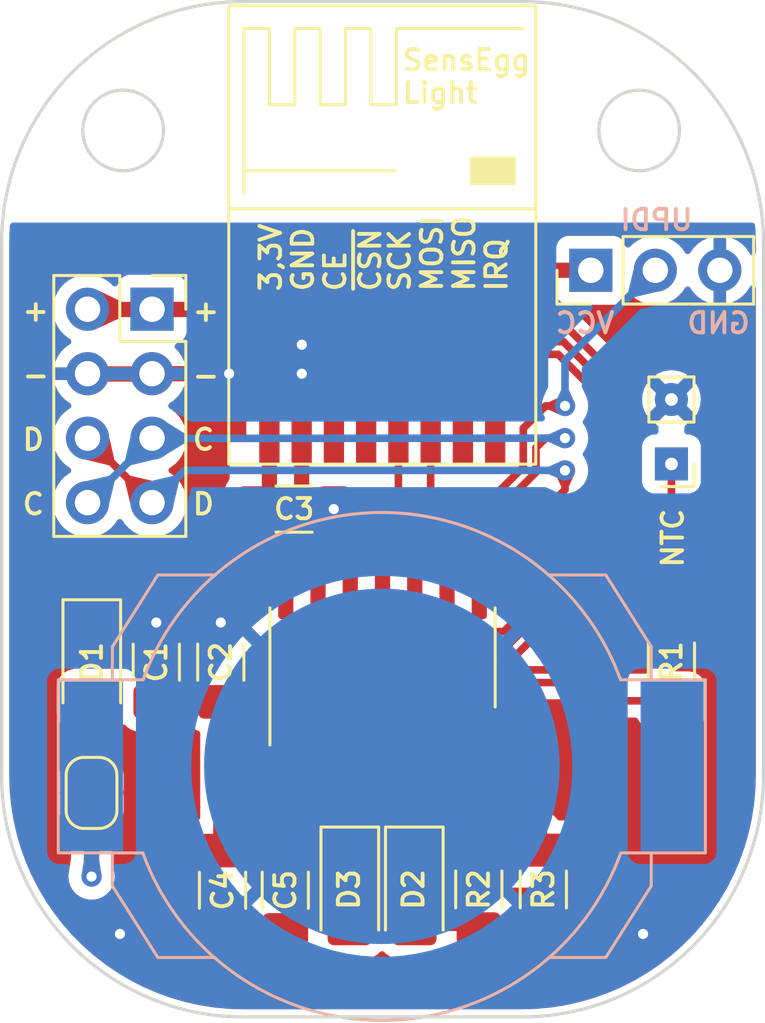
<source format=kicad_pcb>
(kicad_pcb (version 20221018) (generator pcbnew)
  (layers (0 "F.Cu" signal) (31 "B.Cu" signal) (34 "B.Paste" user) (35 "F.Paste" user) (36 "B.SilkS" user "B.Silkscreen") (37 "F.SilkS" user "F.Silkscreen") (38 "B.Mask" user) (39 "F.Mask" user) (44 "Edge.Cuts" user))
  (net 0 "")
  (net 1 "/Batt-PWR")
  (net 2 "GND")
  (net 3 "+3.3V")
  (net 4 "Net-(D1-A)")
  (net 5 "Net-(D2-A)")
  (net 6 "Net-(D3-A)")
  (net 7 "/BME_SDA")
  (net 8 "/BME_SCL")
  (net 9 "/UPDI")
  (net 10 "/NTC_PIN")
  (net 11 "/NTC_PWR")
  (net 12 "/LED_RD")
  (net 13 "/LED_GR")
  (net 14 "/~{CSN}")
  (net 15 "/CE")
  (net 16 "/MOSI")
  (net 17 "/MISO")
  (net 18 "/SCK")
  (footprint "Resistor_SMD:R_1206_3216Metric_Pad1.30x1.75mm_HandSolder" (layer "F.Cu") (at 150.495 114.4601 -90)
    (fp_text reference "R1" (at 0 0 90) (layer "F.SilkS") (effects (font (size 0.8001 0.8001) (thickness 0.1524) bold)))
    (fp_text value "10K")
    (fp_line (start -0.727064 -0.91) (end 0.727064 -0.91) (stroke (width 0.12)) (layer "F.SilkS"))
    (fp_line (start -0.727064 0.91) (end 0.727064 0.91) (stroke (width 0.12)) (layer "F.SilkS"))
    (pad "1" smd roundrect (at -1.55 0 270) (size 1.3 1.75) (layers "F.Cu" "F.Paste" "F.Mask") (roundrect_rratio 0.192308) (net 10 "/NTC_PIN"))
    (pad "2" smd roundrect (at 1.55 0 270) (size 1.3 1.75) (layers "F.Cu" "F.Paste" "F.Mask") (roundrect_rratio 0.192308) (net 11 "/NTC_PWR"))
  )
  (footprint "LED_SMD:LED_1206_3216Metric_Pad1.42x1.75mm_HandSolder" (layer "F.Cu") (at 137.829844 123.444 -90)
    (fp_text reference "D3" (at 0 0.034844 -90) (layer "F.SilkS") (effects (font (size 0.8001 0.8001) (thickness 0.1524) bold)))
    (fp_text value "LED")
    (fp_line (start -2.46 -1.135) (end -2.46 1.135) (stroke (width 0.12)) (layer "F.SilkS"))
    (fp_line (start -2.46 1.135) (end 1.6 1.135) (stroke (width 0.12)) (layer "F.SilkS"))
    (fp_line (start 1.6 -1.135) (end -2.46 -1.135) (stroke (width 0.12)) (layer "F.SilkS"))
    (pad "1" smd roundrect (at -1.4875 0 270) (size 1.425 1.75) (layers "F.Cu" "F.Paste" "F.Mask") (roundrect_rratio 0.175439) (net 2 "GND"))
    (pad "2" smd roundrect (at 1.4875 0 270) (size 1.425 1.75) (layers "F.Cu" "F.Paste" "F.Mask") (roundrect_rratio 0.175439) (net 6 "Net-(D3-A)"))
  )
  (footprint "Connector_PinSocket_2.54mm:PinSocket_2x04_P2.54mm_Vertical" (layer "F.Cu") (at 130.0426 100.584)
    (fp_text reference "J1" hide)
    (fp_text value "Conn_02x04_Odd_Even")
    (fp_line (start -3.87 -1.33) (end -3.87 8.95) (stroke (width 0.12)) (layer "F.SilkS"))
    (fp_line (start -3.87 -1.33) (end -1.27 -1.33) (stroke (width 0.12)) (layer "F.SilkS"))
    (fp_line (start -3.87 8.95) (end 1.33 8.95) (stroke (width 0.12)) (layer "F.SilkS"))
    (fp_line (start -1.27 -1.33) (end -1.27 1.27) (stroke (width 0.12)) (layer "F.SilkS"))
    (fp_line (start -1.27 1.27) (end 1.33 1.27) (stroke (width 0.12)) (layer "F.SilkS"))
    (fp_line (start 0 -1.33) (end 1.33 -1.33) (stroke (width 0.12)) (layer "F.SilkS"))
    (fp_line (start 1.33 -1.33) (end 1.33 0) (stroke (width 0.12)) (layer "F.SilkS"))
    (fp_line (start 1.33 1.27) (end 1.33 8.95) (stroke (width 0.12)) (layer "F.SilkS"))
    (pad "1" thru_hole rect (at 0 0) (size 1.7 1.7) (drill 1) (layers "*.Cu" "*.Mask") (net 3 "+3.3V"))
    (pad "2" thru_hole oval (at -2.54 0) (size 1.7 1.7) (drill 1) (layers "*.Cu" "*.Mask") (net 3 "+3.3V"))
    (pad "3" thru_hole oval (at 0 2.54) (size 1.7 1.7) (drill 1) (layers "*.Cu" "*.Mask") (net 2 "GND"))
    (pad "4" thru_hole oval (at -2.54 2.54) (size 1.7 1.7) (drill 1) (layers "*.Cu" "*.Mask") (net 2 "GND"))
    (pad "5" thru_hole oval (at 0 5.08) (size 1.7 1.7) (drill 1) (layers "*.Cu" "*.Mask") (net 8 "/BME_SCL"))
    (pad "6" thru_hole oval (at -2.54 5.08) (size 1.7 1.7) (drill 1) (layers "*.Cu" "*.Mask") (net 7 "/BME_SDA"))
    (pad "7" thru_hole oval (at 0 7.62) (size 1.7 1.7) (drill 1) (layers "*.Cu" "*.Mask") (net 7 "/BME_SDA"))
    (pad "8" thru_hole oval (at -2.54 7.62) (size 1.7 1.7) (drill 1) (layers "*.Cu" "*.Mask") (net 8 "/BME_SCL"))
  )
  (footprint "Jumper:SolderJumper-2_P1.3mm_Open_RoundedPad1.0x1.5mm" (layer "F.Cu") (at 127.66 119.64 90)
    (fp_text reference "JP1" hide)
    (fp_text value "SolderJumper_2_Open")
    (fp_line (start -1.4 0.3) (end -1.4 -0.3) (stroke (width 0.12)) (layer "F.SilkS"))
    (fp_line (start -0.7 -1) (end 0.7 -1) (stroke (width 0.12)) (layer "F.SilkS"))
    (fp_line (start 0.7 1) (end -0.7 1) (stroke (width 0.12)) (layer "F.SilkS"))
    (fp_line (start 1.4 -0.3) (end 1.4 0.3) (stroke (width 0.12)) (layer "F.SilkS"))
    (fp_arc (start -1.4 -0.3) (mid -1.194975 -0.794975) (end -0.7 -1) (stroke (width 0.12)) (layer "F.SilkS"))
    (fp_arc (start -0.7 1) (mid -1.194975 0.794975) (end -1.4 0.3) (stroke (width 0.12)) (layer "F.SilkS"))
    (fp_arc (start 0.7 -1) (mid 1.194975 -0.794975) (end 1.4 -0.3) (stroke (width 0.12)) (layer "F.SilkS"))
    (fp_arc (start 1.4 0.3) (mid 1.194975 0.794975) (end 0.7 1) (stroke (width 0.12)) (layer "F.SilkS"))
    (pad "1" smd custom (at -0.65 0 90) (size 1 0.5) (layers "F.Cu" "F.Mask") (net 1 "/Batt-PWR") (options (clearance outline) (anchor rect)) (primitives (gr_circle (center 0 0.25) (end 0.5 0.25) (width 0) (fill yes)) (gr_circle (center 0 -0.25) (end 0.5 -0.25) (width 0) (fill yes)) (gr_poly (pts (xy 0.5 0.75) (xy 0 0.75) (xy 0 -0.75) (xy 0.5 -0.75)) (width 0) (fill yes))))
    (pad "2" smd custom (at 0.65 0 90) (size 1 0.5) (layers "F.Cu" "F.Mask") (net 4 "Net-(D1-A)") (options (clearance outline) (anchor rect)) (primitives (gr_circle (center 0 0.25) (end 0.5 0.25) (width 0) (fill yes)) (gr_circle (center 0 -0.25) (end 0.5 -0.25) (width 0) (fill yes)) (gr_poly (pts (xy 0 0.75) (xy -0.5 0.75) (xy -0.5 -0.75) (xy 0 -0.75)) (width 0) (fill yes))))
  )
  (footprint "MyBreakout:nRF24L01-SMD" (layer "F.Cu") (at 139.108644 105.528)
    (fp_text reference "U2" hide)
    (fp_text value "NRF24L01-SMD")
    (fp_line (start -5.45 -16) (end -4.445 -16) (stroke (width 0.12)) (layer "F.SilkS"))
    (fp_line (start -5.45 -9.525) (end -5.45 -16) (stroke (width 0.12)) (layer "F.SilkS"))
    (fp_line (start -4.445 -16) (end -4.445 -13) (stroke (width 0.12)) (layer "F.SilkS"))
    (fp_line (start -4.445 -13) (end -3.445 -13) (stroke (width 0.12)) (layer "F.SilkS"))
    (fp_line (start -3.445 -16) (end -2.445 -16) (stroke (width 0.12)) (layer "F.SilkS"))
    (fp_line (start -3.445 -13) (end -3.445 -16) (stroke (width 0.12)) (layer "F.SilkS"))
    (fp_line (start -2.445 -16) (end -2.445 -13) (stroke (width 0.12)) (layer "F.SilkS"))
    (fp_line (start -2.445 -13) (end -1.445 -13) (stroke (width 0.12)) (layer "F.SilkS"))
    (fp_line (start -1.445 -16) (end -0.445 -16) (stroke (width 0.12)) (layer "F.SilkS"))
    (fp_line (start -1.445 -13) (end -1.445 -16) (stroke (width 0.12)) (layer "F.SilkS"))
    (fp_line (start -0.445 -16) (end -0.445 -13) (stroke (width 0.12)) (layer "F.SilkS"))
    (fp_line (start -0.445 -13) (end 0.555 -13) (stroke (width 0.12)) (layer "F.SilkS"))
    (fp_line (start 0.5 -10.4) (end -5.45 -10.4) (stroke (width 0.12)) (layer "F.SilkS"))
    (fp_line (start 0.555 -16) (end 5.555 -16) (stroke (width 0.12)) (layer "F.SilkS"))
    (fp_line (start 0.555 -13) (end 0.555 -16) (stroke (width 0.12)) (layer "F.SilkS"))
    (fp_line (start 6.045 -8.9) (end -6.045 -8.9) (stroke (width 0.12)) (layer "F.SilkS"))
    (fp_rect (start -6.045 -16.9) (end 6.045 1.16) (stroke (width 0.12)) (fill none) (layer "F.SilkS"))
    (fp_rect (start 3.5 -10.9) (end 5.2 -9.9) (stroke (width 0.12)) (fill solid) (layer "F.SilkS"))
    (pad "1" smd trapezoid (at -4.445 0 180) (size 0.8 2.2) (layers "F.Cu" "F.Paste" "F.Mask") (net 3 "+3.3V"))
    (pad "2" smd trapezoid (at -3.175 0 180) (size 0.8 2.2) (layers "F.Cu" "F.Paste" "F.Mask") (net 2 "GND"))
    (pad "3" smd trapezoid (at -1.905 0 180) (size 0.8 2.2) (layers "F.Cu" "F.Paste" "F.Mask") (net 15 "/CE"))
    (pad "4" smd trapezoid (at -0.635 0 180) (size 0.8 2.2) (layers "F.Cu" "F.Paste" "F.Mask") (net 14 "/~{CSN}"))
    (pad "5" smd trapezoid (at 0.635 0 180) (size 0.8 2.2) (layers "F.Cu" "F.Paste" "F.Mask") (net 18 "/SCK"))
    (pad "6" smd trapezoid (at 1.905 0 180) (size 0.8 2.2) (layers "F.Cu" "F.Paste" "F.Mask") (net 16 "/MOSI"))
    (pad "7" smd trapezoid (at 3.175 0 180) (size 0.8 2.2) (layers "F.Cu" "F.Paste" "F.Mask") (net 17 "/MISO"))
    (pad "8" smd trapezoid (at 4.445 0 180) (size 0.8 2.2) (layers "F.Cu" "F.Paste" "F.Mask"))
  )
  (footprint "Package_SO:SOIC-14_3.9x8.7mm_P1.27mm" (layer "F.Cu") (at 139.118644 114.3 90)
    (fp_text reference "U1" hide)
    (fp_text value "ATtiny1604-SS")
    (fp_line (start 0 -4.435) (end -3.45 -4.435) (stroke (width 0.12)) (layer "F.SilkS"))
    (fp_line (start 0 -4.435) (end 1.95 -4.435) (stroke (width 0.12)) (layer "F.SilkS"))
    (fp_line (start 0 4.435) (end -1.95 4.435) (stroke (width 0.12)) (layer "F.SilkS"))
    (fp_line (start 0 4.435) (end 1.95 4.435) (stroke (width 0.12)) (layer "F.SilkS"))
    (pad "1" smd roundrect (at -2.475 -3.81 90) (size 1.95 0.6) (layers "F.Cu" "F.Paste" "F.Mask") (net 3 "+3.3V"))
    (pad "2" smd roundrect (at -2.475 -2.54 90) (size 1.95 0.6) (layers "F.Cu" "F.Paste" "F.Mask") (net 14 "/~{CSN}"))
    (pad "3" smd roundrect (at -2.475 -1.27 90) (size 1.95 0.6) (layers "F.Cu" "F.Paste" "F.Mask") (net 15 "/CE"))
    (pad "4" smd roundrect (at -2.475 0 90) (size 1.95 0.6) (layers "F.Cu" "F.Paste" "F.Mask") (net 10 "/NTC_PIN"))
    (pad "5" smd roundrect (at -2.475 1.27 90) (size 1.95 0.6) (layers "F.Cu" "F.Paste" "F.Mask") (net 11 "/NTC_PWR"))
    (pad "6" smd roundrect (at -2.475 2.54 90) (size 1.95 0.6) (layers "F.Cu" "F.Paste" "F.Mask") (net 12 "/LED_RD"))
    (pad "7" smd roundrect (at -2.475 3.81 90) (size 1.95 0.6) (layers "F.Cu" "F.Paste" "F.Mask") (net 13 "/LED_GR"))
    (pad "8" smd roundrect (at 2.475 3.81 90) (size 1.95 0.6) (layers "F.Cu" "F.Paste" "F.Mask") (net 7 "/BME_SDA"))
    (pad "9" smd roundrect (at 2.475 2.54 90) (size 1.95 0.6) (layers "F.Cu" "F.Paste" "F.Mask") (net 8 "/BME_SCL"))
    (pad "10" smd roundrect (at 2.475 1.27 90) (size 1.95 0.6) (layers "F.Cu" "F.Paste" "F.Mask") (net 9 "/UPDI"))
    (pad "11" smd roundrect (at 2.475 0 90) (size 1.95 0.6) (layers "F.Cu" "F.Paste" "F.Mask") (net 16 "/MOSI"))
    (pad "12" smd roundrect (at 2.475 -1.27 90) (size 1.95 0.6) (layers "F.Cu" "F.Paste" "F.Mask") (net 17 "/MISO"))
    (pad "13" smd roundrect (at 2.475 -2.54 90) (size 1.95 0.6) (layers "F.Cu" "F.Paste" "F.Mask") (net 18 "/SCK"))
    (pad "14" smd roundrect (at 2.475 -3.81 90) (size 1.95 0.6) (layers "F.Cu" "F.Paste" "F.Mask") (net 2 "GND"))
  )
  (footprint "Connector_PinHeader_2.54mm:PinHeader_1x03_P2.54mm_Vertical" (layer "F.Cu") (at 147.32 99.05 90)
    (fp_text reference "J2" hide)
    (fp_text value "Conn_01x03_Socket")
    (fp_line (start -1.33 -1.33) (end 0 -1.33) (stroke (width 0.12)) (layer "F.SilkS"))
    (fp_line (start -1.33 0) (end -1.33 -1.33) (stroke (width 0.12)) (layer "F.SilkS"))
    (fp_line (start -1.33 1.27) (end -1.33 6.41) (stroke (width 0.12)) (layer "F.SilkS"))
    (fp_line (start -1.33 1.27) (end 1.33 1.27) (stroke (width 0.12)) (layer "F.SilkS"))
    (fp_line (start -1.33 6.41) (end 1.33 6.41) (stroke (width 0.12)) (layer "F.SilkS"))
    (fp_line (start 1.33 1.27) (end 1.33 6.41) (stroke (width 0.12)) (layer "F.SilkS"))
    (pad "1" thru_hole rect (at 0 0 90) (size 1.7 1.7) (drill 1) (layers "*.Cu" "*.Mask") (net 3 "+3.3V"))
    (pad "2" thru_hole oval (at 0 2.54 90) (size 1.7 1.7) (drill 1) (layers "*.Cu" "*.Mask") (net 9 "/UPDI"))
    (pad "3" thru_hole oval (at 0 5.08 90) (size 1.7 1.7) (drill 1) (layers "*.Cu" "*.Mask") (net 2 "GND"))
  )
  (footprint "Capacitor_SMD:C_1206_3216Metric_Pad1.33x1.80mm_HandSolder" (layer "F.Cu") (at 132.75 114.4901 90)
    (fp_text reference "C2" (at 0 0 90) (layer "F.SilkS") (effects (font (size 0.8001 0.8001) (thickness 0.1524) bold)))
    (fp_text value "100µF")
    (fp_line (start -0.711252 -0.91) (end 0.711252 -0.91) (stroke (width 0.12)) (layer "F.SilkS"))
    (fp_line (start -0.711252 0.91) (end 0.711252 0.91) (stroke (width 0.12)) (layer "F.SilkS"))
    (pad "1" smd roundrect (at -1.5625 0 90) (size 1.325 1.8) (layers "F.Cu" "F.Paste" "F.Mask") (roundrect_rratio 0.188679) (net 3 "+3.3V"))
    (pad "2" smd roundrect (at 1.5625 0 90) (size 1.325 1.8) (layers "F.Cu" "F.Paste" "F.Mask") (roundrect_rratio 0.188679) (net 2 "GND"))
  )
  (footprint "Resistor_SMD:R_1206_3216Metric_Pad1.30x1.75mm_HandSolder" (layer "F.Cu") (at 142.909844 123.444 -90)
    (fp_text reference "R2" (at 0 0 90) (layer "F.SilkS") (effects (font (size 0.8001 0.8001) (thickness 0.1524) bold)))
    (fp_text value "330R")
    (fp_line (start -0.727064 -0.91) (end 0.727064 -0.91) (stroke (width 0.12)) (layer "F.SilkS"))
    (fp_line (start -0.727064 0.91) (end 0.727064 0.91) (stroke (width 0.12)) (layer "F.SilkS"))
    (pad "1" smd roundrect (at -1.55 0 270) (size 1.3 1.75) (layers "F.Cu" "F.Paste" "F.Mask") (roundrect_rratio 0.192308) (net 12 "/LED_RD"))
    (pad "2" smd roundrect (at 1.55 0 270) (size 1.3 1.75) (layers "F.Cu" "F.Paste" "F.Mask") (roundrect_rratio 0.192308) (net 5 "Net-(D2-A)"))
  )
  (footprint "Capacitor_SMD:C_1206_3216Metric_Pad1.33x1.80mm_HandSolder" (layer "F.Cu") (at 132.817444 123.474 -90)
    (fp_text reference "C4" (at 0 0 90) (layer "F.SilkS") (effects (font (size 0.8001 0.8001) (thickness 0.1524) bold)))
    (fp_text value "100µF")
    (fp_line (start -0.711252 -0.91) (end 0.711252 -0.91) (stroke (width 0.12)) (layer "F.SilkS"))
    (fp_line (start -0.711252 0.91) (end 0.711252 0.91) (stroke (width 0.12)) (layer "F.SilkS"))
    (pad "1" smd roundrect (at -1.5625 0 270) (size 1.325 1.8) (layers "F.Cu" "F.Paste" "F.Mask") (roundrect_rratio 0.188679) (net 3 "+3.3V"))
    (pad "2" smd roundrect (at 1.5625 0 270) (size 1.325 1.8) (layers "F.Cu" "F.Paste" "F.Mask") (roundrect_rratio 0.188679) (net 2 "GND"))
  )
  (footprint "Capacitor_SMD:C_1206_3216Metric_Pad1.33x1.80mm_HandSolder" (layer "F.Cu") (at 135.636 108.458 180)
    (fp_text reference "C3" (at 0 0) (layer "F.SilkS") (effects (font (size 0.8001 0.8001) (thickness 0.1524) bold)))
    (fp_text value "100µF")
    (fp_line (start -0.711252 -0.91) (end 0.711252 -0.91) (stroke (width 0.12)) (layer "F.SilkS"))
    (fp_line (start -0.711252 0.91) (end 0.711252 0.91) (stroke (width 0.12)) (layer "F.SilkS"))
    (pad "1" smd roundrect (at -1.5625 0 180) (size 1.325 1.8) (layers "F.Cu" "F.Paste" "F.Mask") (roundrect_rratio 0.188679) (net 2 "GND"))
    (pad "2" smd roundrect (at 1.5625 0 180) (size 1.325 1.8) (layers "F.Cu" "F.Paste" "F.Mask") (roundrect_rratio 0.188679) (net 3 "+3.3V"))
  )
  (footprint "LED_SMD:LED_1206_3216Metric_Pad1.42x1.75mm_HandSolder" (layer "F.Cu") (at 140.369844 123.444 -90)
    (fp_text reference "D2" (at 0 0.034844 -90) (layer "F.SilkS") (effects (font (size 0.8001 0.8001) (thickness 0.1524) bold)))
    (fp_text value "LED")
    (fp_line (start -2.46 -1.135) (end -2.46 1.135) (stroke (width 0.12)) (layer "F.SilkS"))
    (fp_line (start -2.46 1.135) (end 1.6 1.135) (stroke (width 0.12)) (layer "F.SilkS"))
    (fp_line (start 1.6 -1.135) (end -2.46 -1.135) (stroke (width 0.12)) (layer "F.SilkS"))
    (pad "1" smd roundrect (at -1.4875 0 270) (size 1.425 1.75) (layers "F.Cu" "F.Paste" "F.Mask") (roundrect_rratio 0.175439) (net 2 "GND"))
    (pad "2" smd roundrect (at 1.4875 0 270) (size 1.425 1.75) (layers "F.Cu" "F.Paste" "F.Mask") (roundrect_rratio 0.175439) (net 5 "Net-(D2-A)"))
  )
  (footprint "Resistor_SMD:R_1206_3216Metric_Pad1.30x1.75mm_HandSolder" (layer "F.Cu") (at 145.449844 123.444 -90)
    (fp_text reference "R3" (at 0 0 90) (layer "F.SilkS") (effects (font (size 0.8001 0.8001) (thickness 0.1524) bold)))
    (fp_text value "330R")
    (fp_line (start -0.727064 -0.91) (end 0.727064 -0.91) (stroke (width 0.12)) (layer "F.SilkS"))
    (fp_line (start -0.727064 0.91) (end 0.727064 0.91) (stroke (width 0.12)) (layer "F.SilkS"))
    (pad "1" smd roundrect (at -1.55 0 270) (size 1.3 1.75) (layers "F.Cu" "F.Paste" "F.Mask") (roundrect_rratio 0.192308) (net 13 "/LED_GR"))
    (pad "2" smd roundrect (at 1.55 0 270) (size 1.3 1.75) (layers "F.Cu" "F.Paste" "F.Mask") (roundrect_rratio 0.192308) (net 6 "Net-(D3-A)"))
  )
  (footprint "Diode_SMD:D_1206_3216Metric_Pad1.42x1.75mm_HandSolder" (layer "F.Cu") (at 127.67 114.4901 -90)
    (fp_text reference "D1" (at 0 0 90) (layer "F.SilkS") (effects (font (size 0.8001 0.8001) (thickness 0.1524) bold)))
    (fp_text value "BAT42")
    (fp_line (start -2.46 -1.135) (end -2.46 1.135) (stroke (width 0.12)) (layer "F.SilkS"))
    (fp_line (start -2.46 1.135) (end 1.6 1.135) (stroke (width 0.12)) (layer "F.SilkS"))
    (fp_line (start 1.6 -1.135) (end -2.46 -1.135) (stroke (width 0.12)) (layer "F.SilkS"))
    (pad "1" smd roundrect (at -1.4875 0 270) (size 1.425 1.75) (layers "F.Cu" "F.Paste" "F.Mask") (roundrect_rratio 0.175439) (net 3 "+3.3V"))
    (pad "2" smd roundrect (at 1.4875 0 270) (size 1.425 1.75) (layers "F.Cu" "F.Paste" "F.Mask") (roundrect_rratio 0.175439) (net 4 "Net-(D1-A)"))
  )
  (footprint "Capacitor_SMD:C_1206_3216Metric_Pad1.33x1.80mm_HandSolder" (layer "F.Cu") (at 135.289844 123.474 -90)
    (fp_text reference "C5" (at 0 0 90) (layer "F.SilkS") (effects (font (size 0.8001 0.8001) (thickness 0.1524) bold)))
    (fp_text value "100µF")
    (fp_line (start -0.711252 -0.91) (end 0.711252 -0.91) (stroke (width 0.12)) (layer "F.SilkS"))
    (fp_line (start -0.711252 0.91) (end 0.711252 0.91) (stroke (width 0.12)) (layer "F.SilkS"))
    (pad "1" smd roundrect (at -1.5625 0 270) (size 1.325 1.8) (layers "F.Cu" "F.Paste" "F.Mask") (roundrect_rratio 0.188679) (net 3 "+3.3V"))
    (pad "2" smd roundrect (at 1.5625 0 270) (size 1.325 1.8) (layers "F.Cu" "F.Paste" "F.Mask") (roundrect_rratio 0.188679) (net 2 "GND"))
  )
  (footprint "MyNTC:TS-NTC-XXX_1x02_P2.54mm" (layer "F.Cu") (at 150.495 106.68 180)
    (fp_text reference "TH1" hide)
    (fp_text value "Thermistor_NTC")
    (fp_line (start -0.889 -0.889) (end 0.411 -0.889) (stroke (width 0.12)) (layer "F.SilkS"))
    (fp_line (start -0.889 0) (end -0.889 -0.889) (stroke (width 0.12)) (layer "F.SilkS"))
    (fp_line (start -0.889 1.651) (end -0.889 3.429) (stroke (width 0.12)) (layer "F.SilkS"))
    (fp_line (start -0.889 1.651) (end 0.889 1.651) (stroke (width 0.12)) (layer "F.SilkS"))
    (fp_line (start -0.889 3.429) (end 0.889 3.429) (stroke (width 0.12)) (layer "F.SilkS"))
    (fp_line (start 0.889 1.651) (end 0.889 3.429) (stroke (width 0.12)) (layer "F.SilkS"))
    (pad "1" thru_hole rect (at 0 0 180) (size 1.3 1.3) (drill 0.5) (layers "*.Cu" "*.Mask") (net 10 "/NTC_PIN"))
    (pad "2" thru_hole circle (at 0 2.54 180) (size 1.3 1.3) (drill 0.5) (layers "*.Cu" "*.Mask") (net 2 "GND"))
  )
  (footprint "Capacitor_SMD:C_1206_3216Metric_Pad1.33x1.80mm_HandSolder" (layer "F.Cu") (at 130.21 114.4901 90)
    (fp_text reference "C1" (at 0 0 90) (layer "F.SilkS") (effects (font (size 0.8001 0.8001) (thickness 0.1524) bold)))
    (fp_text value "100µF")
    (fp_line (start -0.711252 -0.91) (end 0.711252 -0.91) (stroke (width 0.12)) (layer "F.SilkS"))
    (fp_line (start -0.711252 0.91) (end 0.711252 0.91) (stroke (width 0.12)) (layer "F.SilkS"))
    (pad "1" smd roundrect (at -1.5625 0 90) (size 1.325 1.8) (layers "F.Cu" "F.Paste" "F.Mask") (roundrect_rratio 0.188679) (net 3 "+3.3V"))
    (pad "2" smd roundrect (at 1.5625 0 90) (size 1.325 1.8) (layers "F.Cu" "F.Paste" "F.Mask") (roundrect_rratio 0.188679) (net 2 "GND"))
  )
  (footprint "MyBattery:China-CR2032" (layer "B.Cu") (at 139.0904 118.5926 180)
    (fp_text reference "BT1" hide)
    (fp_text value "Battery_Cell")
    (fp_line (start -12.74 -3.41) (end -9.41 -3.41) (stroke (width 0.12)) (layer "B.SilkS"))
    (fp_line (start -12.74 3.41) (end -12.74 -3.41) (stroke (width 0.12)) (layer "B.SilkS"))
    (fp_line (start -10.61 -4.71) (end -8.82 -7.53) (stroke (width 0.12)) (layer "B.SilkS"))
    (fp_line (start -10.61 -3.41) (end -10.61 -4.71) (stroke (width 0.12)) (layer "B.SilkS"))
    (fp_line (start -10.61 3.41) (end -10.61 4.71) (stroke (width 0.12)) (layer "B.SilkS"))
    (fp_line (start -10.61 4.71) (end -8.82 7.54) (stroke (width 0.12)) (layer "B.SilkS"))
    (fp_line (start -9.41 3.41) (end -12.74 3.41) (stroke (width 0.12)) (layer "B.SilkS"))
    (fp_line (start -8.82 -7.53) (end -6.58 -7.53) (stroke (width 0.12)) (layer "B.SilkS"))
    (fp_line (start -8.82 7.54) (end -6.55 7.54) (stroke (width 0.12)) (layer "B.SilkS"))
    (fp_line (start 8.82 -7.53) (end 6.58 -7.53) (stroke (width 0.12)) (layer "B.SilkS"))
    (fp_line (start 8.82 7.54) (end 6.55 7.54) (stroke (width 0.12)) (layer "B.SilkS"))
    (fp_line (start 9.4 3.41) (end 12.74 3.41) (stroke (width 0.12)) (layer "B.SilkS"))
    (fp_line (start 10.61 -4.71) (end 8.82 -7.53) (stroke (width 0.12)) (layer "B.SilkS"))
    (fp_line (start 10.61 -3.41) (end 10.61 -4.71) (stroke (width 0.12)) (layer "B.SilkS"))
    (fp_line (start 10.61 3.41) (end 10.61 4.71) (stroke (width 0.12)) (layer "B.SilkS"))
    (fp_line (start 10.61 4.71) (end 8.82 7.54) (stroke (width 0.12)) (layer "B.SilkS"))
    (fp_line (start 12.74 -3.41) (end 9.41 -3.41) (stroke (width 0.12)) (layer "B.SilkS"))
    (fp_line (start 12.74 3.41) (end 12.74 -3.41) (stroke (width 0.12)) (layer "B.SilkS"))
    (fp_arc (start -9.41 -3.41) (mid 0 -10.008806) (end 9.41 -3.41) (stroke (width 0.12)) (layer "B.SilkS"))
    (fp_arc (start 9.399999 3.41) (mid -0.001705 9.999404) (end -9.401161 3.406794) (stroke (width 0.12)) (layer "B.SilkS"))
    (pad "1" smd rect (at -11.43 0 180) (size 2.48 6.68) (layers "B.Cu" "B.Paste" "B.Mask") (net 1 "/Batt-PWR"))
    (pad "1" smd rect (at 11.43 0 180) (size 2.48 6.68) (layers "B.Cu" "B.Paste" "B.Mask") (net 1 "/Batt-PWR"))
    (pad "2" smd circle (at 0 0 180) (size 14 14) (layers "B.Cu" "B.Paste" "B.Mask") (net 2 "GND"))
  )
  (gr_line (start 133.628684 128.464621) (end 144.608604 128.464621) (stroke (width 0.127)) (layer "Edge.Cuts"))
  (gr_line (start 154.118614 118.954601) (end 154.118614 97.967851) (stroke (width 0.127)) (layer "Edge.Cuts"))
  (gr_arc (start 128.903784 95.127121) (mid 127.316284 93.539621) (end 128.903784 91.952121) (stroke (width 0.127)) (layer "Edge.Cuts"))
  (gr_arc (start 124.118674 97.967851) (mid 126.902089 91.248109) (end 133.621834 88.464701) (stroke (width 0.127)) (layer "Edge.Cuts"))
  (gr_arc (start 149.223784 91.952121) (mid 150.811284 93.539621) (end 149.223784 95.127121) (stroke (width 0.127)) (layer "Edge.Cuts"))
  (gr_arc (start 128.903784 91.952121) (mid 130.491284 93.539621) (end 128.903784 95.127121) (stroke (width 0.127)) (layer "Edge.Cuts"))
  (gr_line (start 124.118674 97.967851) (end 124.118674 118.954601) (stroke (width 0.127)) (layer "Edge.Cuts"))
  (gr_arc (start 144.615454 88.464701) (mid 151.335196 91.248109) (end 154.118604 97.967851) (stroke (width 0.127)) (layer "Edge.Cuts"))
  (gr_arc (start 154.118614 118.954601) (mid 151.3332 125.6792) (end 144.608604 128.464621) (stroke (width 0.127)) (layer "Edge.Cuts"))
  (gr_arc (start 133.628684 128.464621) (mid 126.904084 125.679201) (end 124.118664 118.954601) (stroke (width 0.127)) (layer "Edge.Cuts"))
  (gr_line (start 144.615454 88.464701) (end 133.621834 88.464701) (stroke (width 0.127)) (layer "Edge.Cuts"))
  (gr_arc (start 149.223784 95.127121) (mid 147.636284 93.539621) (end 149.223784 91.952121) (stroke (width 0.127)) (layer "Edge.Cuts"))
  (gr_text "GND" (at 153.67 101.6) (layer "B.SilkS") (effects (font (size 0.8001 0.8001) (thickness 0.1524) bold) (justify left bottom mirror)))
  (gr_text "UPDI" (at 151.41829 97.536) (layer "B.SilkS") (effects (font (size 0.8001 0.8001) (thickness 0.1524) bold) (justify left bottom mirror)))
  (gr_text "VCC" (at 148.336 101.6) (layer "B.SilkS") (effects (font (size 0.8001 0.8001) (thickness 0.1524) bold) (justify left bottom mirror)))
  (gr_text "SCK" (at 140.27 99.96 90) (layer "F.SilkS") (effects (font (size 0.8128 0.8128) (thickness 0.1524) bold) (justify left bottom)))
  (gr_text "+" (at 131.56 101.12) (layer "F.SilkS") (effects (font (size 0.8128 0.8128) (thickness 0.1524) bold) (justify left bottom)))
  (gr_text "+" (at 124.86 101.11) (layer "F.SilkS") (effects (font (size 0.8128 0.8128) (thickness 0.1524) bold) (justify left bottom)))
  (gr_text "MOSI" (at 141.54 99.96 90) (layer "F.SilkS") (effects (font (size 0.8128 0.8128) (thickness 0.1524) bold) (justify left bottom)))
  (gr_text "SensEgg\nLight" (at 139.827 92.528) (layer "F.SilkS") (effects (font (size 0.8001 0.8001) (thickness 0.1524) bold) (justify left bottom)))
  (gr_text "-" (at 131.56 103.66) (layer "F.SilkS") (effects (font (size 0.8128 0.8128) (thickness 0.1524) bold) (justify left bottom)))
  (gr_text "NTC" (at 151.02205 110.84 90) (layer "F.SilkS") (effects (font (size 0.8128 0.8128) (thickness 0.1524) bold) (justify left bottom)))
  (gr_text "~{CSN}" (at 139.105833 99.96 90) (layer "F.SilkS") (effects (font (size 0.8128 0.8128) (thickness 0.1524) bold) (justify left bottom)))
  (gr_text "C" (at 124.86 108.74) (layer "F.SilkS") (effects (font (size 0.8128 0.8128) (thickness 0.1524) bold) (justify left bottom)))
  (gr_text "D\n" (at 124.86 106.2) (layer "F.SilkS") (effects (font (size 0.8128 0.8128) (thickness 0.1524) bold) (justify left bottom)))
  (gr_text "CE" (at 137.73 99.96 90) (layer "F.SilkS") (effects (font (size 0.8128 0.8128) (thickness 0.1524) bold) (justify left bottom)))
  (gr_text "GND" (at 136.46 99.96 90) (layer "F.SilkS") (effects (font (size 0.8128 0.8128) (thickness 0.1524) bold) (justify left bottom)))
  (gr_text "D\n" (at 131.56 108.74) (layer "F.SilkS") (effects (font (size 0.8128 0.8128) (thickness 0.1524) bold) (justify left bottom)))
  (gr_text "3,3V" (at 135.19 99.96 90) (layer "F.SilkS") (effects (font (size 0.8128 0.8128) (thickness 0.1524) bold) (justify left bottom)))
  (gr_text "C" (at 131.56 106.2) (layer "F.SilkS") (effects (font (size 0.8128 0.8128) (thickness 0.1524) bold) (justify left bottom)))
  (gr_text "IRQ" (at 144.08 99.96 90) (layer "F.SilkS") (effects (font (size 0.8128 0.8128) (thickness 0.1524) bold) (justify left bottom)))
  (gr_text "MISO" (at 142.81 99.96 90) (layer "F.SilkS") (effects (font (size 0.8128 0.8128) (thickness 0.1524) bold) (justify left bottom)))
  (gr_text "-" (at 124.86 103.65) (layer "F.SilkS") (effects (font (size 0.8128 0.8128) (thickness 0.1524) bold) (justify left bottom)))
  (segment (start 127.6604 122.936) (end 127.66 120.29) (width 0.6) (layer "F.Cu") (net 1))
  (via (at 127.6604 122.936) (size 0.8) (drill 0.4) (layers "F.Cu" "B.Cu") (net 1))
  (segment (start 127.6604 122.936) (end 127.6604 118.5926) (width 0.6) (layer "B.Cu") (net 1))
  (segment (start 137.829844 122.960156) (end 137.34 123.45) (width 0.3) (layer "F.Cu") (net 2))
  (segment (start 133.7064 112.9276) (end 134.809 111.825) (width 0.6) (layer "F.Cu") (net 2))
  (segment (start 132.817444 125.0365) (end 135.289844 125.0365) (width 0.6) (layer "F.Cu") (net 2))
  (segment (start 135.933644 105.528) (end 135.933644 103.326356) (width 0.6) (layer "F.Cu") (net 2))
  (segment (start 135.933644 103.326356) (end 135.94 103.32) (width 0.6) (layer "F.Cu") (net 2))
  (segment (start 135.289844 123.980156) (end 135.289844 125.0365) (width 0.3) (layer "F.Cu") (net 2))
  (segment (start 134.809 111.825) (end 135.308644 111.825) (width 0.6) (layer "F.Cu") (net 2))
  (segment (start 137.829844 121.9565) (end 137.829844 122.960156) (width 0.3) (layer "F.Cu") (net 2))
  (segment (start 133.08 103.124) (end 130.0426 103.124) (width 0.6) (layer "F.Cu") (net 2))
  (segment (start 137.34 123.45) (end 135.82 123.45) (width 0.3) (layer "F.Cu") (net 2))
  (segment (start 137.16 108.458) (end 137.1985 108.458) (width 0.6) (layer "F.Cu") (net 2))
  (segment (start 137.829844 121.9565) (end 140.369844 121.9565) (width 0.6) (layer "F.Cu") (net 2))
  (segment (start 135.82 123.45) (end 135.289844 123.980156) (width 0.3) (layer "F.Cu") (net 2))
  (segment (start 130.0426 103.134) (end 127.5026 103.134) (width 0.6) (layer "F.Cu") (net 2))
  (segment (start 136.398 108.458) (end 137.16 108.458) (width 0.6) (layer "F.Cu") (net 2))
  (segment (start 135.933644 105.528) (end 135.933644 107.993644) (width 0.6) (layer "F.Cu") (net 2))
  (segment (start 130.2346 112.9276) (end 132.75 112.9276) (width 0.6) (layer "F.Cu") (net 2))
  (segment (start 132.75 112.9276) (end 133.7064 112.9276) (width 0.6) (layer "F.Cu") (net 2))
  (segment (start 135.933644 107.993644) (end 136.398 108.458) (width 0.6) (layer "F.Cu") (net 2))
  (via (at 130.21 112.9276) (size 0.8) (drill 0.4) (layers "F.Cu" "B.Cu") (net 2))
  (via (at 149.3774 125.1966) (size 0.8) (drill 0.4) (layers "F.Cu" "B.Cu") (net 2))
  (via (at 128.778 125.1966) (size 0.8) (drill 0.4) (layers "F.Cu" "B.Cu") (net 2))
  (via (at 135.94 101.981) (size 0.8) (drill 0.4) (layers "F.Cu" "B.Cu") (net 2))
  (via (at 135.94 103.124) (size 0.8) (drill 0.4) (layers "F.Cu" "B.Cu") (net 2))
  (via (at 132.75 112.9276) (size 0.8) (drill 0.4) (layers "F.Cu" "B.Cu") (net 2))
  (via (at 133.08 103.124) (size 0.8) (drill 0.4) (layers "F.Cu" "B.Cu") (net 2))
  (via (at 137.1985 108.458) (size 0.8) (drill 0.4) (layers "F.Cu" "B.Cu") (net 2))
  (segment (start 134.663644 100.626356) (end 134.696 100.594) (width 0.6) (layer "F.Cu") (net 3))
  (segment (start 128.268 111.252) (end 132.798 111.252) (width 0.6) (layer "F.Cu") (net 3))
  (segment (start 130.0426 100.594) (end 134.696 100.594) (width 0.6) (layer "F.Cu") (net 3))
  (segment (start 127.67 113.0026) (end 127.67 114.081) (width 0.6) (layer "F.Cu") (net 3))
  (segment (start 134.701 100.594) (end 136.245 99.05) (width 0.6) (layer "F.Cu") (net 3))
  (segment (start 134.696 100.594) (end 134.701 100.594) (width 0.6) (layer "F.Cu") (net 3))
  (segment (start 129.6162 114.4524) (end 130.048 114.8842) (width 0.6) (layer "F.Cu") (net 3))
  (segment (start 132.817444 121.9115) (end 135.289844 121.9115) (width 0.6) (layer "F.Cu") (net 3))
  (segment (start 133.9426 116.0526) (end 132.75 116.0526) (width 0.6) (layer "F.Cu") (net 3))
  (segment (start 132.798 111.252) (end 134.0735 109.9765) (width 0.6) (layer "F.Cu") (net 3))
  (segment (start 127.67 114.081) (end 128.0414 114.4524) (width 0.6) (layer "F.Cu") (net 3))
  (segment (start 134.0735 109.9765) (end 134.0735 108.458) (width 0.6) (layer "F.Cu") (net 3))
  (segment (start 127.67 111.85) (end 128.268 111.252) (width 0.6) (layer "F.Cu") (net 3))
  (segment (start 130.21 116.0526) (end 132.75 116.0526) (width 0.6) (layer "F.Cu") (net 3))
  (segment (start 134.663644 100.626356) (end 134.663644 105.528) (width 0.6) (layer "F.Cu") (net 3))
  (segment (start 135.308644 116.775) (end 134.665 116.775) (width 0.6) (layer "F.Cu") (net 3))
  (segment (start 134.665 116.775) (end 133.9426 116.0526) (width 0.6) (layer "F.Cu") (net 3))
  (segment (start 128.0414 114.4524) (end 129.6162 114.4524) (width 0.6) (layer "F.Cu") (net 3))
  (segment (start 127.5026 100.594) (end 130.0426 100.594) (width 0.6) (layer "F.Cu") (net 3))
  (segment (start 130.048 114.8842) (end 130.048 116.0526) (width 0.6) (layer "F.Cu") (net 3))
  (segment (start 132.75 116.0526) (end 132.75 121.844056) (width 0.6) (layer "F.Cu") (net 3))
  (segment (start 127.67 113.0026) (end 127.67 111.85) (width 0.6) (layer "F.Cu") (net 3))
  (segment (start 134.663644 107.867856) (end 134.0735 108.458) (width 0.6) (layer "F.Cu") (net 3))
  (segment (start 136.245 99.05) (end 147.32 99.05) (width 0.6) (layer "F.Cu") (net 3))
  (segment (start 134.663644 105.528) (end 134.663644 107.867856) (width 0.6) (layer "F.Cu") (net 3))
  (segment (start 127.67 115.9776) (end 127.66 118.99) (width 0.6) (layer "F.Cu") (net 4))
  (segment (start 140.369844 124.9315) (end 142.847344 124.9315) (width 0.3) (layer "F.Cu") (net 5))
  (segment (start 138.21 123.52) (end 145.08 123.52) (width 0.3) (layer "F.Cu") (net 6))
  (segment (start 145.08 123.52) (end 145.449844 123.889844) (width 0.3) (layer "F.Cu") (net 6))
  (segment (start 137.829844 123.900156) (end 138.21 123.52) (width 0.3) (layer "F.Cu") (net 6))
  (segment (start 145.449844 123.889844) (end 145.449844 124.994) (width 0.3) (layer "F.Cu") (net 6))
  (segment (start 137.829844 124.9315) (end 137.829844 123.900156) (width 0.3) (layer "F.Cu") (net 6))
  (segment (start 130.0426 108.214) (end 127.5026 105.674) (width 0.3) (layer "F.Cu") (net 7))
  (segment (start 145.051212 107.95) (end 142.928644 110.072568) (width 0.3) (layer "F.Cu") (net 7))
  (segment (start 146.304 107.696) (end 146.05 107.95) (width 0.3) (layer "F.Cu") (net 7))
  (segment (start 146.05 107.95) (end 145.051212 107.95) (width 0.3) (layer "F.Cu") (net 7))
  (segment (start 142.928644 110.072568) (end 142.928644 111.825) (width 0.3) (layer "F.Cu") (net 7))
  (segment (start 146.304 106.934) (end 146.304 107.696) (width 0.3) (layer "F.Cu") (net 7))
  (via (at 146.304 106.934) (size 0.8) (drill 0.4) (layers "F.Cu" "B.Cu") (net 7))
  (segment (start 131.3226 106.934) (end 146.304 106.934) (width 0.3) (layer "B.Cu") (net 7))
  (segment (start 130.0426 108.214) (end 131.3226 106.934) (width 0.3) (layer "B.Cu") (net 7))
  (segment (start 141.658644 110.508462) (end 141.658644 111.825) (width 0.3) (layer "F.Cu") (net 8))
  (segment (start 145.542707 105.663293) (end 145.161 106.045) (width 0.3) (layer "F.Cu") (net 8))
  (segment (start 145.161 106.045) (end 145.161 107.006106) (width 0.3) (layer "F.Cu") (net 8))
  (segment (start 145.161 107.006106) (end 141.658644 110.508462) (width 0.3) (layer "F.Cu") (net 8))
  (segment (start 146.304 105.663293) (end 145.542707 105.663293) (width 0.3) (layer "F.Cu") (net 8))
  (via (at 146.304 105.663293) (size 0.8) (drill 0.4) (layers "F.Cu" "B.Cu") (net 8))
  (segment (start 127.5026 108.214) (end 130.0426 105.674) (width 0.3) (layer "B.Cu") (net 8))
  (segment (start 130.0426 105.674) (end 146.0754 105.663293) (width 0.3) (layer "B.Cu") (net 8))
  (segment (start 146.304 104.394) (end 145.542 104.394) (width 0.3) (layer "F.Cu") (net 9))
  (segment (start 144.661 106.799) (end 141.605 109.855) (width 0.3) (layer "F.Cu") (net 9))
  (segment (start 141.605 109.855) (end 141.097 109.855) (width 0.3) (layer "F.Cu") (net 9))
  (segment (start 141.097 109.855) (end 140.388644 110.563356) (width 0.3) (layer "F.Cu") (net 9))
  (segment (start 145.542 104.394) (end 144.661 105.275) (width 0.3) (layer "F.Cu") (net 9))
  (segment (start 144.661 105.275) (end 144.661 106.799) (width 0.3) (layer "F.Cu") (net 9))
  (segment (start 140.388644 110.563356) (end 140.388644 111.825) (width 0.3) (layer "F.Cu") (net 9))
  (via (at 146.304 104.394) (size 0.8) (drill 0.4) (layers "F.Cu" "B.Cu") (net 9))
  (segment (start 149.86 99.05) (end 146.304 102.606) (width 0.3) (layer "B.Cu") (net 9))
  (segment (start 146.304 102.606) (end 146.304 104.394) (width 0.3) (layer "B.Cu") (net 9))
  (segment (start 139.118644 116.775) (end 139.118644 115.389356) (width 0.3) (layer "F.Cu") (net 10))
  (segment (start 139.118644 115.389356) (end 139.716 114.792) (width 0.3) (layer "F.Cu") (net 10))
  (segment (start 150.495 112.9101) (end 150.495 106.68) (width 0.3) (layer "F.Cu") (net 10))
  (segment (start 139.716 114.792) (end 149.4442 114.792) (width 0.3) (layer "F.Cu") (net 10))
  (segment (start 150.495 113.7412) (end 150.495 112.9101) (width 0.3) (layer "F.Cu") (net 10))
  (segment (start 149.4442 114.792) (end 150.495 113.7412) (width 0.3) (layer "F.Cu") (net 10))
  (segment (start 150.495 116.0101) (end 148.6491 116.0101) (width 0.3) (layer "F.Cu") (net 11))
  (segment (start 148.6491 116.0101) (end 147.931 115.292) (width 0.3) (layer "F.Cu") (net 11))
  (segment (start 140.388644 115.726034) (end 140.388644 116.775) (width 0.3) (layer "F.Cu") (net 11))
  (segment (start 147.931 115.292) (end 140.822678 115.292) (width 0.3) (layer "F.Cu") (net 11))
  (segment (start 140.822678 115.292) (end 140.388644 115.726034) (width 0.3) (layer "F.Cu") (net 11))
  (segment (start 142.909844 119.789844) (end 142.909844 121.894) (width 0.3) (layer "F.Cu") (net 12))
  (segment (start 141.658644 116.775) (end 141.658644 118.538644) (width 0.3) (layer "F.Cu") (net 12))
  (segment (start 141.658644 118.538644) (end 142.909844 119.789844) (width 0.3) (layer "F.Cu") (net 12))
  (segment (start 142.928644 118.538644) (end 145.45 121.06) (width 0.3) (layer "F.Cu") (net 13))
  (segment (start 145.45 121.06) (end 145.45 121.893844) (width 0.3) (layer "F.Cu") (net 13))
  (segment (start 142.928644 116.775) (end 142.928644 118.538644) (width 0.3) (layer "F.Cu") (net 13))
  (segment (start 136.578644 114.500356) (end 137.287 113.792) (width 0.3) (layer "F.Cu") (net 14))
  (segment (start 146.239894 101.862) (end 139.438 101.862) (width 0.3) (layer "F.Cu") (net 14))
  (segment (start 139.438 101.862) (end 138.473644 102.826356) (width 0.3) (layer "F.Cu") (net 14))
  (segment (start 147.963 109.919106) (end 147.963 103.585106) (width 0.3) (layer "F.Cu") (net 14))
  (segment (start 137.287 113.792) (end 144.090106 113.792) (width 0.3) (layer "F.Cu") (net 14))
  (segment (start 136.578644 116.775) (end 136.578644 114.500356) (width 0.3) (layer "F.Cu") (net 14))
  (segment (start 147.963 103.585106) (end 146.239894 101.862) (width 0.3) (layer "F.Cu") (net 14))
  (segment (start 138.473644 102.826356) (end 138.473644 105.528) (width 0.3) (layer "F.Cu") (net 14))
  (segment (start 144.090106 113.792) (end 147.963 109.919106) (width 0.3) (layer "F.Cu") (net 14))
  (segment (start 138.668 101.362) (end 137.203644 102.826356) (width 0.3) (layer "F.Cu") (net 15))
  (segment (start 138.565 114.292) (end 144.297212 114.292) (width 0.3) (layer "F.Cu") (net 15))
  (segment (start 137.203644 102.826356) (end 137.203644 105.528) (width 0.3) (layer "F.Cu") (net 15))
  (segment (start 137.848644 116.775) (end 137.848644 115.008356) (width 0.3) (layer "F.Cu") (net 15))
  (segment (start 148.463 110.126212) (end 148.463 103.377999) (width 0.3) (layer "F.Cu") (net 15))
  (segment (start 146.447 101.362) (end 138.668 101.362) (width 0.3) (layer "F.Cu") (net 15))
  (segment (start 144.297212 114.292) (end 148.463 110.126212) (width 0.3) (layer "F.Cu") (net 15))
  (segment (start 148.463 103.377999) (end 146.447 101.362) (width 0.3) (layer "F.Cu") (net 15))
  (segment (start 137.848644 115.008356) (end 138.565 114.292) (width 0.3) (layer "F.Cu") (net 15))
  (segment (start 139.118644 110.537956) (end 141.013644 108.642956) (width 0.3) (layer "F.Cu") (net 16))
  (segment (start 139.118644 111.825) (end 139.118644 110.537956) (width 0.3) (layer "F.Cu") (net 16))
  (segment (start 141.013644 108.642956) (end 141.013644 105.528) (width 0.3) (layer "F.Cu") (net 16))
  (segment (start 147.463 109.712) (end 147.463 103.792212) (width 0.3) (layer "F.Cu") (net 17))
  (segment (start 142.748 102.362) (end 142.283644 102.826356) (width 0.3) (layer "F.Cu") (net 17))
  (segment (start 143.891 113.284) (end 147.463 109.712) (width 0.3) (layer "F.Cu") (net 17))
  (segment (start 147.463 103.792212) (end 146.032788 102.362) (width 0.3) (layer "F.Cu") (net 17))
  (segment (start 146.032788 102.362) (end 142.748 102.362) (width 0.3) (layer "F.Cu") (net 17))
  (segment (start 142.283644 102.826356) (end 142.283644 105.528) (width 0.3) (layer "F.Cu") (net 17))
  (segment (start 137.848644 112.956644) (end 138.176 113.284) (width 0.3) (layer "F.Cu") (net 17))
  (segment (start 138.176 113.284) (end 143.891 113.284) (width 0.3) (layer "F.Cu") (net 17))
  (segment (start 137.848644 111.825) (end 137.848644 112.956644) (width 0.3) (layer "F.Cu") (net 17))
  (segment (start 139.743644 108.668356) (end 139.743644 105.528) (width 0.3) (layer "F.Cu") (net 18))
  (segment (start 136.578644 110.639556) (end 137.1092 110.109) (width 0.3) (layer "F.Cu") (net 18))
  (segment (start 136.578644 111.825) (end 136.578644 110.639556) (width 0.3) (layer "F.Cu") (net 18))
  (segment (start 137.1092 110.109) (end 138.303 110.109) (width 0.3) (layer "F.Cu") (net 18))
  (segment (start 138.303 110.109) (end 139.743644 108.668356) (width 0.3) (layer "F.Cu") (net 18))
  (zone (net 2) (net_name "GND") (layer "F.Cu") (connect_pads (clearance 0.508)) (min_thickness 0.25) (fill yes (thermal_gap 0.5) (thermal_bridge_width 0.5))
    (polygon (pts (xy 124.13 97.17) (xy 154.09 97.17) (xy 154.09 128.28) (xy 124.13 128.27)))
  )
  (zone (net 0) (net_name "") (layer "F.Cu") (connect_pads (clearance 0)) (min_thickness 0.25)
    (keepout (tracks allowed) (vias allowed) (pads allowed) (copperpour not_allowed) (footprints allowed))
    (fill (thermal_gap 0.5) (thermal_bridge_width 0.5))
    (polygon (pts (xy 144.018 105.7402) (xy 144.018 113.03) (xy 137.1854 113.03) (xy 137.1854 115.697) (xy 129.9718 115.697) (xy 129.9718 111.2012) (xy 133.096 111.2012) (xy 133.096 105.7402) (xy 133.1468 105.7402)))
  )
  (zone (net 3) (net_name "+3.3V") (layer "F.Cu") (priority 1) (connect_pads (clearance 0)) (min_thickness 0.25) (fill yes (thermal_gap 0.5) (thermal_bridge_width 0.5) (smoothing chamfer) (radius 0.2))
    (polygon (pts (xy 133.62 100.6) (xy 134.66 101.51) (xy 135.33 100.38) (xy 134.87 99.98)))
  )
  (zone (net 0) (net_name "") (layer "F.Cu") (connect_pads (clearance 0)) (min_thickness 0.25)
    (keepout (tracks allowed) (vias allowed) (pads allowed) (copperpour not_allowed) (footprints allowed))
    (fill (thermal_gap 0.5) (thermal_bridge_width 0.5))
    (polygon (pts (xy 142.494 116.9416) (xy 142.494 122.0216) (xy 133.35 122.0216) (xy 133.35 116.9416)))
  )
  (zone (net 0) (net_name "") (layer "F.Cu") (connect_pads (clearance 0)) (min_thickness 0.25)
    (keepout (tracks allowed) (vias allowed) (pads allowed) (copperpour not_allowed) (footprints allowed))
    (fill (thermal_gap 0.5) (thermal_bridge_width 0.5))
    (polygon (pts (xy 149.225 104.14) (xy 150.495 104.14) (xy 150.495 104.775) (xy 151.13 105.41) (xy 151.13 106.68) (xy 150.495 106.68) (xy 149.225 106.68)))
  )
  (zone (net 0) (net_name "") (layer "F.Cu") (connect_pads (clearance 0)) (min_thickness 0.25)
    (keepout (tracks allowed) (vias allowed) (pads allowed) (copperpour not_allowed) (footprints allowed))
    (fill (thermal_gap 0.5) (thermal_bridge_width 0.5))
    (polygon (pts (xy 131.699 124.2314) (xy 146.8374 124.2314) (xy 146.8374 120.7262) (xy 131.699 120.7262)))
  )
  (zone (net 2) (net_name "GND") (layer "B.Cu") (connect_pads (clearance 0.508)) (min_thickness 0.25) (fill yes (thermal_gap 0.5) (thermal_bridge_width 0.5))
    (polygon (pts (xy 154.09 97.17) (xy 154.09 128.28) (xy 124.13 128.27) (xy 124.13 97.17)))
  )
  (zone (net 0) (net_name "") (layer "B.Cu") (connect_pads (clearance 0)) (min_thickness 0.25)
    (keepout (tracks allowed) (vias allowed) (pads allowed) (copperpour not_allowed) (footprints allowed))
    (fill (thermal_gap 0.5) (thermal_bridge_width 0.5))
    (polygon (pts (xy 149.987 105.156) (xy 149.987 105.537) (xy 151.003 105.537) (xy 151.003 105.156)))
  )
)
</source>
